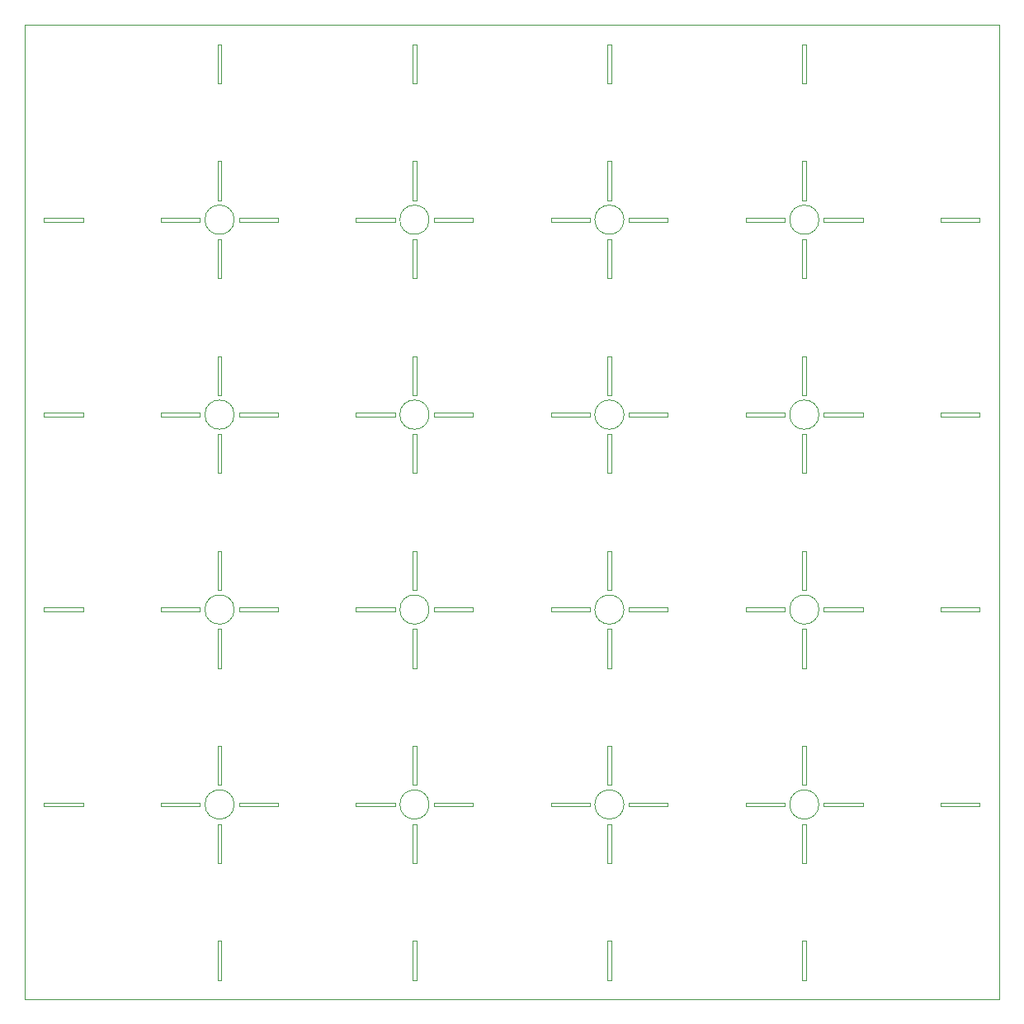
<source format=gbr>
%TF.GenerationSoftware,KiCad,Pcbnew,9.0.0*%
%TF.CreationDate,2025-05-01T22:13:03+08:00*%
%TF.ProjectId,kbd5x5,6b626435-7835-42e6-9b69-6361645f7063,rev?*%
%TF.SameCoordinates,Original*%
%TF.FileFunction,Profile,NP*%
%FSLAX46Y46*%
G04 Gerber Fmt 4.6, Leading zero omitted, Abs format (unit mm)*
G04 Created by KiCad (PCBNEW 9.0.0) date 2025-05-01 22:13:03*
%MOMM*%
%LPD*%
G01*
G04 APERTURE LIST*
%TA.AperFunction,Profile*%
%ADD10C,0.050000*%
%TD*%
G04 APERTURE END LIST*
D10*
X89800000Y-124000000D02*
X90200000Y-124000000D01*
X90200000Y-128000000D01*
X89800000Y-128000000D01*
X89800000Y-124000000D01*
X109800000Y-124000000D02*
X110200000Y-124000000D01*
X110200000Y-128000000D01*
X109800000Y-128000000D01*
X109800000Y-124000000D01*
X49800000Y-124000000D02*
X50200000Y-124000000D01*
X50200000Y-128000000D01*
X49800000Y-128000000D01*
X49800000Y-124000000D01*
X69800000Y-124000000D02*
X70200000Y-124000000D01*
X70200000Y-128000000D01*
X69800000Y-128000000D01*
X69800000Y-124000000D01*
X109800000Y-32000000D02*
X110200000Y-32000000D01*
X110200000Y-36000000D01*
X109800000Y-36000000D01*
X109800000Y-32000000D01*
X89800000Y-32000000D02*
X90200000Y-32000000D01*
X90200000Y-36000000D01*
X89800000Y-36000000D01*
X89800000Y-32000000D01*
X69800000Y-32000000D02*
X70200000Y-32000000D01*
X70200000Y-36000000D01*
X69800000Y-36000000D01*
X69800000Y-32000000D01*
X49800000Y-32000000D02*
X50200000Y-32000000D01*
X50200000Y-36000000D01*
X49800000Y-36000000D01*
X49800000Y-32000000D01*
X124000000Y-89800000D02*
X128000000Y-89800000D01*
X128000000Y-90200000D01*
X124000000Y-90200000D01*
X124000000Y-89800000D01*
X124000000Y-109800000D02*
X128000000Y-109800000D01*
X128000000Y-110200000D01*
X124000000Y-110200000D01*
X124000000Y-109800000D01*
X124000000Y-49800000D02*
X128000000Y-49800000D01*
X128000000Y-50200000D01*
X124000000Y-50200000D01*
X124000000Y-49800000D01*
X124000000Y-69800000D02*
X128000000Y-69800000D01*
X128000000Y-70200000D01*
X124000000Y-70200000D01*
X124000000Y-69800000D01*
X49800000Y-104000000D02*
X50200000Y-104000000D01*
X50200000Y-108000000D01*
X49800000Y-108000000D01*
X49800000Y-104000000D01*
X49800000Y-112000000D02*
X50200000Y-112000000D01*
X50200000Y-116000000D01*
X49800000Y-116000000D01*
X49800000Y-112000000D01*
X44000000Y-109800000D02*
X48000000Y-109800000D01*
X48000000Y-110200000D01*
X44000000Y-110200000D01*
X44000000Y-109800000D01*
X69800000Y-104000000D02*
X70200000Y-104000000D01*
X70200000Y-108000000D01*
X69800000Y-108000000D01*
X69800000Y-104000000D01*
X69800000Y-112000000D02*
X70200000Y-112000000D01*
X70200000Y-116000000D01*
X69800000Y-116000000D01*
X69800000Y-112000000D01*
X64000000Y-109800000D02*
X68000000Y-109800000D01*
X68000000Y-110200000D01*
X64000000Y-110200000D01*
X64000000Y-109800000D01*
X89800000Y-104000000D02*
X90200000Y-104000000D01*
X90200000Y-108000000D01*
X89800000Y-108000000D01*
X89800000Y-104000000D01*
X89800000Y-112000000D02*
X90200000Y-112000000D01*
X90200000Y-116000000D01*
X89800000Y-116000000D01*
X89800000Y-112000000D01*
X84000000Y-109800000D02*
X88000000Y-109800000D01*
X88000000Y-110200000D01*
X84000000Y-110200000D01*
X84000000Y-109800000D01*
X109800000Y-104000000D02*
X110200000Y-104000000D01*
X110200000Y-108000000D01*
X109800000Y-108000000D01*
X109800000Y-104000000D01*
X109800000Y-112000000D02*
X110200000Y-112000000D01*
X110200000Y-116000000D01*
X109800000Y-116000000D01*
X109800000Y-112000000D01*
X104000000Y-109800000D02*
X108000000Y-109800000D01*
X108000000Y-110200000D01*
X104000000Y-110200000D01*
X104000000Y-109800000D01*
X109800000Y-84000000D02*
X110200000Y-84000000D01*
X110200000Y-88000000D01*
X109800000Y-88000000D01*
X109800000Y-84000000D01*
X109800000Y-92000000D02*
X110200000Y-92000000D01*
X110200000Y-96000000D01*
X109800000Y-96000000D01*
X109800000Y-92000000D01*
X104000000Y-89800000D02*
X108000000Y-89800000D01*
X108000000Y-90200000D01*
X104000000Y-90200000D01*
X104000000Y-89800000D01*
X89800000Y-84000000D02*
X90200000Y-84000000D01*
X90200000Y-88000000D01*
X89800000Y-88000000D01*
X89800000Y-84000000D01*
X89800000Y-92000000D02*
X90200000Y-92000000D01*
X90200000Y-96000000D01*
X89800000Y-96000000D01*
X89800000Y-92000000D01*
X84000000Y-89800000D02*
X88000000Y-89800000D01*
X88000000Y-90200000D01*
X84000000Y-90200000D01*
X84000000Y-89800000D01*
X69800000Y-84000000D02*
X70200000Y-84000000D01*
X70200000Y-88000000D01*
X69800000Y-88000000D01*
X69800000Y-84000000D01*
X69800000Y-92000000D02*
X70200000Y-92000000D01*
X70200000Y-96000000D01*
X69800000Y-96000000D01*
X69800000Y-92000000D01*
X64000000Y-89800000D02*
X68000000Y-89800000D01*
X68000000Y-90200000D01*
X64000000Y-90200000D01*
X64000000Y-89800000D01*
X49800000Y-84000000D02*
X50200000Y-84000000D01*
X50200000Y-88000000D01*
X49800000Y-88000000D01*
X49800000Y-84000000D01*
X49800000Y-92000000D02*
X50200000Y-92000000D01*
X50200000Y-96000000D01*
X49800000Y-96000000D01*
X49800000Y-92000000D01*
X44000000Y-89800000D02*
X48000000Y-89800000D01*
X48000000Y-90200000D01*
X44000000Y-90200000D01*
X44000000Y-89800000D01*
X69800000Y-64000000D02*
X70200000Y-64000000D01*
X70200000Y-68000000D01*
X69800000Y-68000000D01*
X69800000Y-64000000D01*
X69800000Y-72000000D02*
X70200000Y-72000000D01*
X70200000Y-76000000D01*
X69800000Y-76000000D01*
X69800000Y-72000000D01*
X64000000Y-69800000D02*
X68000000Y-69800000D01*
X68000000Y-70200000D01*
X64000000Y-70200000D01*
X64000000Y-69800000D01*
X89800000Y-64000000D02*
X90200000Y-64000000D01*
X90200000Y-68000000D01*
X89800000Y-68000000D01*
X89800000Y-64000000D01*
X89800000Y-72000000D02*
X90200000Y-72000000D01*
X90200000Y-76000000D01*
X89800000Y-76000000D01*
X89800000Y-72000000D01*
X84000000Y-69800000D02*
X88000000Y-69800000D01*
X88000000Y-70200000D01*
X84000000Y-70200000D01*
X84000000Y-69800000D01*
X109800000Y-64000000D02*
X110200000Y-64000000D01*
X110200000Y-68000000D01*
X109800000Y-68000000D01*
X109800000Y-64000000D01*
X109800000Y-72000000D02*
X110200000Y-72000000D01*
X110200000Y-76000000D01*
X109800000Y-76000000D01*
X109800000Y-72000000D01*
X104000000Y-69800000D02*
X108000000Y-69800000D01*
X108000000Y-70200000D01*
X104000000Y-70200000D01*
X104000000Y-69800000D01*
X109800000Y-44000000D02*
X110200000Y-44000000D01*
X110200000Y-48000000D01*
X109800000Y-48000000D01*
X109800000Y-44000000D01*
X109800000Y-52000000D02*
X110200000Y-52000000D01*
X110200000Y-56000000D01*
X109800000Y-56000000D01*
X109800000Y-52000000D01*
X104000000Y-49800000D02*
X108000000Y-49800000D01*
X108000000Y-50200000D01*
X104000000Y-50200000D01*
X104000000Y-49800000D01*
X89800000Y-44000000D02*
X90200000Y-44000000D01*
X90200000Y-48000000D01*
X89800000Y-48000000D01*
X89800000Y-44000000D01*
X89800000Y-52000000D02*
X90200000Y-52000000D01*
X90200000Y-56000000D01*
X89800000Y-56000000D01*
X89800000Y-52000000D01*
X84000000Y-49800000D02*
X88000000Y-49800000D01*
X88000000Y-50200000D01*
X84000000Y-50200000D01*
X84000000Y-49800000D01*
X69800000Y-44000000D02*
X70200000Y-44000000D01*
X70200000Y-48000000D01*
X69800000Y-48000000D01*
X69800000Y-44000000D01*
X69800000Y-52000000D02*
X70200000Y-52000000D01*
X70200000Y-56000000D01*
X69800000Y-56000000D01*
X69800000Y-52000000D01*
X64000000Y-49800000D02*
X68000000Y-49800000D01*
X68000000Y-50200000D01*
X64000000Y-50200000D01*
X64000000Y-49800000D01*
X49800000Y-44000000D02*
X50200000Y-44000000D01*
X50200000Y-48000000D01*
X49800000Y-48000000D01*
X49800000Y-44000000D01*
X49800000Y-52000000D02*
X50200000Y-52000000D01*
X50200000Y-56000000D01*
X49800000Y-56000000D01*
X49800000Y-52000000D01*
X44000000Y-49800000D02*
X48000000Y-49800000D01*
X48000000Y-50200000D01*
X44000000Y-50200000D01*
X44000000Y-49800000D01*
X49800000Y-64000000D02*
X50200000Y-64000000D01*
X50200000Y-68000000D01*
X49800000Y-68000000D01*
X49800000Y-64000000D01*
X49800000Y-72000000D02*
X50200000Y-72000000D01*
X50200000Y-76000000D01*
X49800000Y-76000000D01*
X49800000Y-72000000D01*
X44000000Y-69800000D02*
X48000000Y-69800000D01*
X48000000Y-70200000D01*
X44000000Y-70200000D01*
X44000000Y-69800000D01*
X32000000Y-109800000D02*
X36000000Y-109800000D01*
X36000000Y-110200000D01*
X32000000Y-110200000D01*
X32000000Y-109800000D01*
X32000000Y-89800000D02*
X36000000Y-89800000D01*
X36000000Y-90200000D01*
X32000000Y-90200000D01*
X32000000Y-89800000D01*
X32000000Y-49800000D02*
X36000000Y-49800000D01*
X36000000Y-50200000D01*
X32000000Y-50200000D01*
X32000000Y-49800000D01*
X32000000Y-69800000D02*
X36000000Y-69800000D01*
X36000000Y-70200000D01*
X32000000Y-70200000D01*
X32000000Y-69800000D01*
X52000000Y-109800000D02*
X56000000Y-109800000D01*
X56000000Y-110200000D01*
X52000000Y-110200000D01*
X52000000Y-109800000D01*
X52000000Y-89800000D02*
X56000000Y-89800000D01*
X56000000Y-90200000D01*
X52000000Y-90200000D01*
X52000000Y-89800000D01*
X52000000Y-49800000D02*
X56000000Y-49800000D01*
X56000000Y-50200000D01*
X52000000Y-50200000D01*
X52000000Y-49800000D01*
X52000000Y-69800000D02*
X56000000Y-69800000D01*
X56000000Y-70200000D01*
X52000000Y-70200000D01*
X52000000Y-69800000D01*
X72000000Y-109800000D02*
X76000000Y-109800000D01*
X76000000Y-110200000D01*
X72000000Y-110200000D01*
X72000000Y-109800000D01*
X72000000Y-89800000D02*
X76000000Y-89800000D01*
X76000000Y-90200000D01*
X72000000Y-90200000D01*
X72000000Y-89800000D01*
X72000000Y-49800000D02*
X76000000Y-49800000D01*
X76000000Y-50200000D01*
X72000000Y-50200000D01*
X72000000Y-49800000D01*
X72000000Y-69800000D02*
X76000000Y-69800000D01*
X76000000Y-70200000D01*
X72000000Y-70200000D01*
X72000000Y-69800000D01*
X92000000Y-109800000D02*
X96000000Y-109800000D01*
X96000000Y-110200000D01*
X92000000Y-110200000D01*
X92000000Y-109800000D01*
X92000000Y-89800000D02*
X96000000Y-89800000D01*
X96000000Y-90200000D01*
X92000000Y-90200000D01*
X92000000Y-89800000D01*
X92000000Y-49800000D02*
X96000000Y-49800000D01*
X96000000Y-50200000D01*
X92000000Y-50200000D01*
X92000000Y-49800000D01*
X92000000Y-69800000D02*
X96000000Y-69800000D01*
X96000000Y-70200000D01*
X92000000Y-70200000D01*
X92000000Y-69800000D01*
X112000000Y-89800000D02*
X116000000Y-89800000D01*
X116000000Y-90200000D01*
X112000000Y-90200000D01*
X112000000Y-89800000D01*
X112000000Y-109800000D02*
X116000000Y-109800000D01*
X116000000Y-110200000D01*
X112000000Y-110200000D01*
X112000000Y-109800000D01*
X112000000Y-69800000D02*
X116000000Y-69800000D01*
X116000000Y-70200000D01*
X112000000Y-70200000D01*
X112000000Y-69800000D01*
X112000000Y-49800000D02*
X116000000Y-49800000D01*
X116000000Y-50200000D01*
X112000000Y-50200000D01*
X112000000Y-49800000D01*
X51500000Y-90000000D02*
G75*
G02*
X48500000Y-90000000I-1500000J0D01*
G01*
X48500000Y-90000000D02*
G75*
G02*
X51500000Y-90000000I1500000J0D01*
G01*
X30000000Y-130000000D02*
X130000000Y-130000000D01*
X111500000Y-90000000D02*
G75*
G02*
X108500000Y-90000000I-1500000J0D01*
G01*
X108500000Y-90000000D02*
G75*
G02*
X111500000Y-90000000I1500000J0D01*
G01*
X51500000Y-70000000D02*
G75*
G02*
X48500000Y-70000000I-1500000J0D01*
G01*
X48500000Y-70000000D02*
G75*
G02*
X51500000Y-70000000I1500000J0D01*
G01*
X111500000Y-110000000D02*
G75*
G02*
X108500000Y-110000000I-1500000J0D01*
G01*
X108500000Y-110000000D02*
G75*
G02*
X111500000Y-110000000I1500000J0D01*
G01*
X130000000Y-130000000D02*
X130000000Y-30000000D01*
X71500000Y-70000000D02*
G75*
G02*
X68500000Y-70000000I-1500000J0D01*
G01*
X68500000Y-70000000D02*
G75*
G02*
X71500000Y-70000000I1500000J0D01*
G01*
X111500000Y-50000000D02*
G75*
G02*
X108500000Y-50000000I-1500000J0D01*
G01*
X108500000Y-50000000D02*
G75*
G02*
X111500000Y-50000000I1500000J0D01*
G01*
X71500000Y-50000000D02*
G75*
G02*
X68500000Y-50000000I-1500000J0D01*
G01*
X68500000Y-50000000D02*
G75*
G02*
X71500000Y-50000000I1500000J0D01*
G01*
X130000000Y-30000000D02*
X30000000Y-30000000D01*
X91500000Y-70000000D02*
G75*
G02*
X88500000Y-70000000I-1500000J0D01*
G01*
X88500000Y-70000000D02*
G75*
G02*
X91500000Y-70000000I1500000J0D01*
G01*
X91500000Y-110000000D02*
G75*
G02*
X88500000Y-110000000I-1500000J0D01*
G01*
X88500000Y-110000000D02*
G75*
G02*
X91500000Y-110000000I1500000J0D01*
G01*
X51500000Y-110000000D02*
G75*
G02*
X48500000Y-110000000I-1500000J0D01*
G01*
X48500000Y-110000000D02*
G75*
G02*
X51500000Y-110000000I1500000J0D01*
G01*
X71500000Y-90000000D02*
G75*
G02*
X68500000Y-90000000I-1500000J0D01*
G01*
X68500000Y-90000000D02*
G75*
G02*
X71500000Y-90000000I1500000J0D01*
G01*
X91500000Y-90000000D02*
G75*
G02*
X88500000Y-90000000I-1500000J0D01*
G01*
X88500000Y-90000000D02*
G75*
G02*
X91500000Y-90000000I1500000J0D01*
G01*
X71500000Y-110000000D02*
G75*
G02*
X68500000Y-110000000I-1500000J0D01*
G01*
X68500000Y-110000000D02*
G75*
G02*
X71500000Y-110000000I1500000J0D01*
G01*
X91500000Y-50000000D02*
G75*
G02*
X88500000Y-50000000I-1500000J0D01*
G01*
X88500000Y-50000000D02*
G75*
G02*
X91500000Y-50000000I1500000J0D01*
G01*
X30000000Y-30000000D02*
X30000000Y-130000000D01*
X51500000Y-50000000D02*
G75*
G02*
X48500000Y-50000000I-1500000J0D01*
G01*
X48500000Y-50000000D02*
G75*
G02*
X51500000Y-50000000I1500000J0D01*
G01*
X111500000Y-70000000D02*
G75*
G02*
X108500000Y-70000000I-1500000J0D01*
G01*
X108500000Y-70000000D02*
G75*
G02*
X111500000Y-70000000I1500000J0D01*
G01*
M02*

</source>
